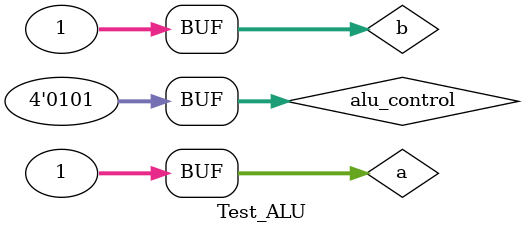
<source format=v>
`timescale 1ns / 1ps

module Test_ALU;

  reg [31:0] a, b;
  reg [3:0] alu_control;
  wire [31:0] result;
  wire zero;
  
  // Instantiate the ALU module
  ALU uut (
    .in1(a), 
    .in2(b), 
    .operation(alu_control), 
    .out(result), 
    .zero(zero)
  );

  initial begin
    // Initialize inputs
    a = 0;
    b = 0;
    alu_control = 4'b0000; // Assuming 0000 is ADD operation

    // Apply test vectors
    #10 a = 32'h00000001; b = 32'h00000001; alu_control = 4'b0000; // ADD
    #10 alu_control = 4'b0001; // SUB
    #10 alu_control = 4'b0010; // AND
    #10 alu_control = 4'b0011; // OR
    #10 alu_control = 4'b0100; // XOR
    #10 alu_control = 4'b0101; // SLT
    #10;
  end  

endmodule

</source>
